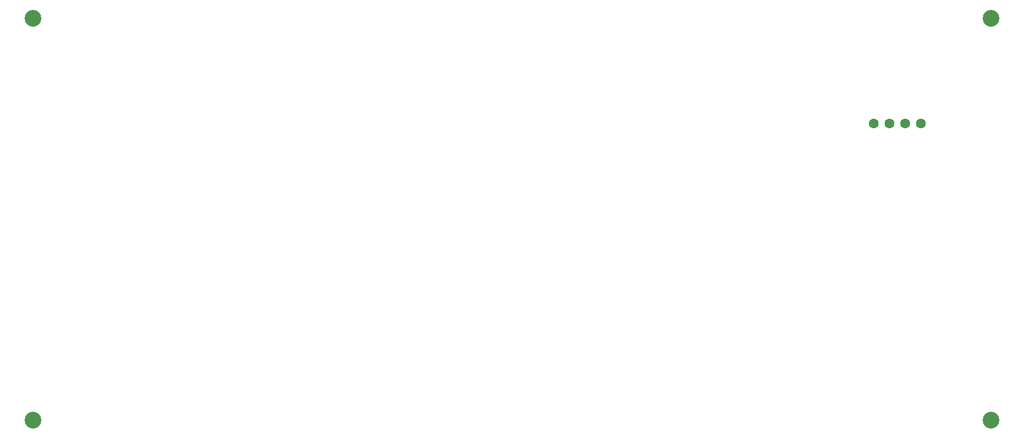
<source format=gts>
G04 #@! TF.GenerationSoftware,KiCad,Pcbnew,8.0.2*
G04 #@! TF.CreationDate,2024-05-04T10:06:42+05:30*
G04 #@! TF.ProjectId,macroglider,6d616372-6f67-46c6-9964-65722e6b6963,V1*
G04 #@! TF.SameCoordinates,Original*
G04 #@! TF.FileFunction,Soldermask,Top*
G04 #@! TF.FilePolarity,Negative*
%FSLAX46Y46*%
G04 Gerber Fmt 4.6, Leading zero omitted, Abs format (unit mm)*
G04 Created by KiCad (PCBNEW 8.0.2) date 2024-05-04 10:06:42*
%MOMM*%
%LPD*%
G01*
G04 APERTURE LIST*
%ADD10C,1.600000*%
%ADD11C,2.700000*%
G04 APERTURE END LIST*
D10*
X216000000Y-77000000D03*
X218540000Y-77000000D03*
X221080000Y-77000000D03*
X223620000Y-77000000D03*
D11*
X235000000Y-125000000D03*
X235000000Y-60000000D03*
X80000000Y-125000000D03*
X80000000Y-60000000D03*
M02*

</source>
